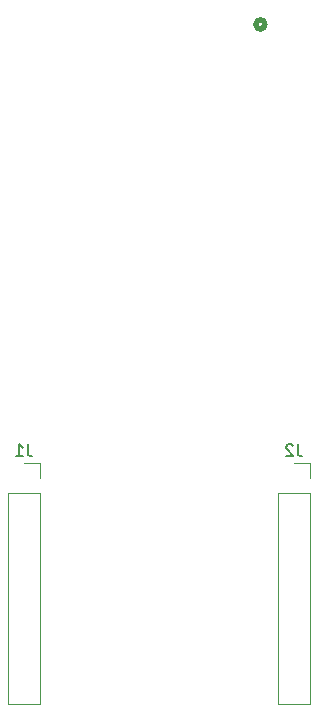
<source format=gbr>
%TF.GenerationSoftware,KiCad,Pcbnew,8.0.0*%
%TF.CreationDate,2025-04-28T20:28:04+05:30*%
%TF.ProjectId,ATA6503_mikrobus,41544136-3530-4335-9f6d-696b726f6275,rev?*%
%TF.SameCoordinates,Original*%
%TF.FileFunction,Legend,Bot*%
%TF.FilePolarity,Positive*%
%FSLAX46Y46*%
G04 Gerber Fmt 4.6, Leading zero omitted, Abs format (unit mm)*
G04 Created by KiCad (PCBNEW 8.0.0) date 2025-04-28 20:28:04*
%MOMM*%
%LPD*%
G01*
G04 APERTURE LIST*
%ADD10C,0.150000*%
%ADD11C,0.508000*%
%ADD12C,0.120000*%
G04 APERTURE END LIST*
D10*
X113363333Y-97454819D02*
X113363333Y-98169104D01*
X113363333Y-98169104D02*
X113410952Y-98311961D01*
X113410952Y-98311961D02*
X113506190Y-98407200D01*
X113506190Y-98407200D02*
X113649047Y-98454819D01*
X113649047Y-98454819D02*
X113744285Y-98454819D01*
X112363333Y-98454819D02*
X112934761Y-98454819D01*
X112649047Y-98454819D02*
X112649047Y-97454819D01*
X112649047Y-97454819D02*
X112744285Y-97597676D01*
X112744285Y-97597676D02*
X112839523Y-97692914D01*
X112839523Y-97692914D02*
X112934761Y-97740533D01*
X136223333Y-97454819D02*
X136223333Y-98169104D01*
X136223333Y-98169104D02*
X136270952Y-98311961D01*
X136270952Y-98311961D02*
X136366190Y-98407200D01*
X136366190Y-98407200D02*
X136509047Y-98454819D01*
X136509047Y-98454819D02*
X136604285Y-98454819D01*
X135794761Y-97550057D02*
X135747142Y-97502438D01*
X135747142Y-97502438D02*
X135651904Y-97454819D01*
X135651904Y-97454819D02*
X135413809Y-97454819D01*
X135413809Y-97454819D02*
X135318571Y-97502438D01*
X135318571Y-97502438D02*
X135270952Y-97550057D01*
X135270952Y-97550057D02*
X135223333Y-97645295D01*
X135223333Y-97645295D02*
X135223333Y-97740533D01*
X135223333Y-97740533D02*
X135270952Y-97883390D01*
X135270952Y-97883390D02*
X135842380Y-98454819D01*
X135842380Y-98454819D02*
X135223333Y-98454819D01*
D11*
%TO.C,J4*%
X133427000Y-61899800D02*
G75*
G02*
X132665000Y-61899800I-381000J0D01*
G01*
X132665000Y-61899800D02*
G75*
G02*
X133427000Y-61899800I381000J0D01*
G01*
D12*
%TO.C,J1*%
X111700000Y-101600000D02*
X114360000Y-101600000D01*
X111700000Y-119440000D02*
X111700000Y-101600000D01*
X111700000Y-119440000D02*
X114360000Y-119440000D01*
X113030000Y-99000000D02*
X114360000Y-99000000D01*
X114360000Y-99000000D02*
X114360000Y-100330000D01*
X114360000Y-119440000D02*
X114360000Y-101600000D01*
%TO.C,J2*%
X134560000Y-101600000D02*
X137220000Y-101600000D01*
X134560000Y-119440000D02*
X134560000Y-101600000D01*
X134560000Y-119440000D02*
X137220000Y-119440000D01*
X135890000Y-99000000D02*
X137220000Y-99000000D01*
X137220000Y-99000000D02*
X137220000Y-100330000D01*
X137220000Y-119440000D02*
X137220000Y-101600000D01*
%TD*%
M02*

</source>
